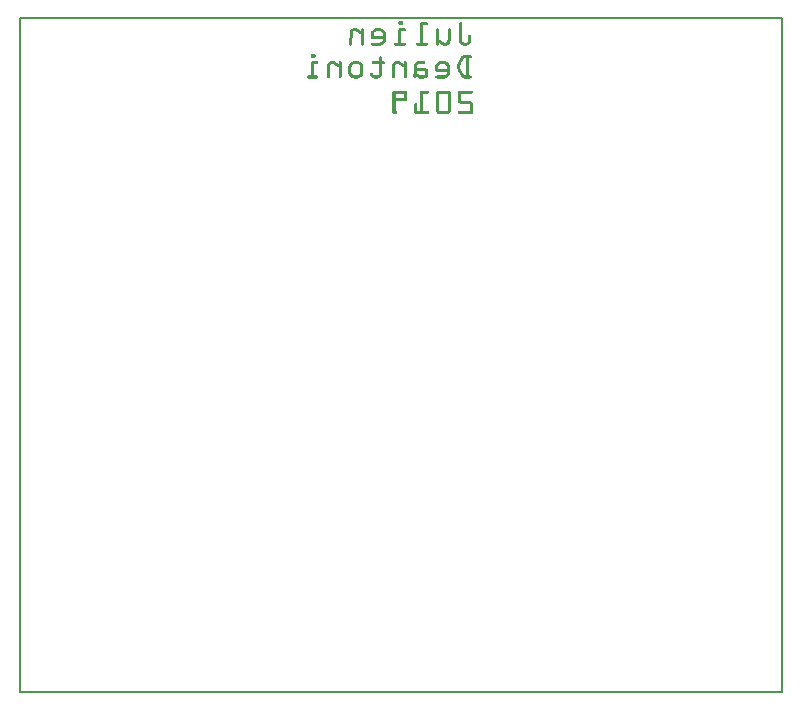
<source format=gbo>
G04 MADE WITH FRITZING*
G04 WWW.FRITZING.ORG*
G04 DOUBLE SIDED*
G04 HOLES PLATED*
G04 CONTOUR ON CENTER OF CONTOUR VECTOR*
%ASAXBY*%
%FSLAX23Y23*%
%MOIN*%
%OFA0B0*%
%SFA1.0B1.0*%
%ADD10R,2.547490X2.254520X2.531490X2.238520*%
%ADD11C,0.008000*%
%ADD12R,0.001000X0.001000*%
%LNSILK0*%
G90*
G70*
G54D11*
X4Y2251D02*
X2543Y2251D01*
X2543Y4D01*
X4Y4D01*
X4Y2251D01*
D02*
G54D12*
X1267Y2240D02*
X1277Y2240D01*
X1266Y2239D02*
X1278Y2239D01*
X1266Y2238D02*
X1279Y2238D01*
X1265Y2237D02*
X1279Y2237D01*
X1265Y2236D02*
X1279Y2236D01*
X1340Y2236D02*
X1359Y2236D01*
X1470Y2236D02*
X1474Y2236D01*
X1265Y2235D02*
X1279Y2235D01*
X1339Y2235D02*
X1360Y2235D01*
X1469Y2235D02*
X1475Y2235D01*
X1265Y2234D02*
X1279Y2234D01*
X1338Y2234D02*
X1361Y2234D01*
X1468Y2234D02*
X1476Y2234D01*
X1265Y2233D02*
X1279Y2233D01*
X1338Y2233D02*
X1361Y2233D01*
X1467Y2233D02*
X1476Y2233D01*
X1265Y2232D02*
X1279Y2232D01*
X1338Y2232D02*
X1361Y2232D01*
X1467Y2232D02*
X1476Y2232D01*
X1265Y2231D02*
X1279Y2231D01*
X1337Y2231D02*
X1361Y2231D01*
X1467Y2231D02*
X1476Y2231D01*
X1266Y2230D02*
X1279Y2230D01*
X1337Y2230D02*
X1361Y2230D01*
X1467Y2230D02*
X1476Y2230D01*
X1266Y2229D02*
X1278Y2229D01*
X1337Y2229D02*
X1361Y2229D01*
X1467Y2229D02*
X1476Y2229D01*
X1267Y2228D02*
X1278Y2228D01*
X1337Y2228D02*
X1360Y2228D01*
X1467Y2228D02*
X1476Y2228D01*
X1269Y2227D02*
X1276Y2227D01*
X1337Y2227D02*
X1358Y2227D01*
X1467Y2227D02*
X1476Y2227D01*
X1337Y2226D02*
X1347Y2226D01*
X1467Y2226D02*
X1476Y2226D01*
X1337Y2225D02*
X1347Y2225D01*
X1467Y2225D02*
X1476Y2225D01*
X1337Y2224D02*
X1347Y2224D01*
X1467Y2224D02*
X1476Y2224D01*
X1337Y2223D02*
X1347Y2223D01*
X1467Y2223D02*
X1476Y2223D01*
X1337Y2222D02*
X1347Y2222D01*
X1467Y2222D02*
X1476Y2222D01*
X1337Y2221D02*
X1347Y2221D01*
X1467Y2221D02*
X1476Y2221D01*
X1337Y2220D02*
X1347Y2220D01*
X1467Y2220D02*
X1476Y2220D01*
X1337Y2219D02*
X1347Y2219D01*
X1467Y2219D02*
X1476Y2219D01*
X1337Y2218D02*
X1347Y2218D01*
X1467Y2218D02*
X1476Y2218D01*
X1337Y2217D02*
X1347Y2217D01*
X1467Y2217D02*
X1476Y2217D01*
X1337Y2216D02*
X1347Y2216D01*
X1467Y2216D02*
X1476Y2216D01*
X1113Y2215D02*
X1126Y2215D01*
X1143Y2215D02*
X1147Y2215D01*
X1188Y2215D02*
X1207Y2215D01*
X1268Y2215D02*
X1286Y2215D01*
X1337Y2215D02*
X1347Y2215D01*
X1393Y2215D02*
X1396Y2215D01*
X1433Y2215D02*
X1436Y2215D01*
X1467Y2215D02*
X1476Y2215D01*
X1110Y2214D02*
X1128Y2214D01*
X1142Y2214D02*
X1148Y2214D01*
X1185Y2214D02*
X1210Y2214D01*
X1267Y2214D02*
X1288Y2214D01*
X1337Y2214D02*
X1347Y2214D01*
X1391Y2214D02*
X1397Y2214D01*
X1431Y2214D02*
X1437Y2214D01*
X1467Y2214D02*
X1476Y2214D01*
X1109Y2213D02*
X1130Y2213D01*
X1141Y2213D02*
X1149Y2213D01*
X1183Y2213D02*
X1212Y2213D01*
X1266Y2213D02*
X1288Y2213D01*
X1337Y2213D02*
X1347Y2213D01*
X1391Y2213D02*
X1398Y2213D01*
X1430Y2213D02*
X1438Y2213D01*
X1467Y2213D02*
X1476Y2213D01*
X1107Y2212D02*
X1132Y2212D01*
X1141Y2212D02*
X1149Y2212D01*
X1182Y2212D02*
X1213Y2212D01*
X1266Y2212D02*
X1289Y2212D01*
X1337Y2212D02*
X1347Y2212D01*
X1390Y2212D02*
X1399Y2212D01*
X1430Y2212D02*
X1438Y2212D01*
X1467Y2212D02*
X1476Y2212D01*
X1106Y2211D02*
X1133Y2211D01*
X1141Y2211D02*
X1149Y2211D01*
X1181Y2211D02*
X1214Y2211D01*
X1265Y2211D02*
X1289Y2211D01*
X1337Y2211D02*
X1347Y2211D01*
X1390Y2211D02*
X1399Y2211D01*
X1430Y2211D02*
X1439Y2211D01*
X1467Y2211D02*
X1476Y2211D01*
X1105Y2210D02*
X1135Y2210D01*
X1140Y2210D02*
X1150Y2210D01*
X1180Y2210D02*
X1215Y2210D01*
X1265Y2210D02*
X1289Y2210D01*
X1337Y2210D02*
X1347Y2210D01*
X1390Y2210D02*
X1399Y2210D01*
X1430Y2210D02*
X1439Y2210D01*
X1467Y2210D02*
X1476Y2210D01*
X1105Y2209D02*
X1136Y2209D01*
X1140Y2209D02*
X1150Y2209D01*
X1179Y2209D02*
X1216Y2209D01*
X1265Y2209D02*
X1289Y2209D01*
X1337Y2209D02*
X1347Y2209D01*
X1390Y2209D02*
X1399Y2209D01*
X1430Y2209D02*
X1439Y2209D01*
X1467Y2209D02*
X1476Y2209D01*
X1104Y2208D02*
X1138Y2208D01*
X1140Y2208D02*
X1150Y2208D01*
X1178Y2208D02*
X1217Y2208D01*
X1265Y2208D02*
X1288Y2208D01*
X1337Y2208D02*
X1347Y2208D01*
X1390Y2208D02*
X1399Y2208D01*
X1430Y2208D02*
X1439Y2208D01*
X1467Y2208D02*
X1476Y2208D01*
X1104Y2207D02*
X1150Y2207D01*
X1177Y2207D02*
X1218Y2207D01*
X1265Y2207D02*
X1288Y2207D01*
X1337Y2207D02*
X1347Y2207D01*
X1390Y2207D02*
X1399Y2207D01*
X1430Y2207D02*
X1439Y2207D01*
X1467Y2207D02*
X1476Y2207D01*
X1103Y2206D02*
X1150Y2206D01*
X1176Y2206D02*
X1219Y2206D01*
X1265Y2206D02*
X1286Y2206D01*
X1337Y2206D02*
X1347Y2206D01*
X1390Y2206D02*
X1399Y2206D01*
X1430Y2206D02*
X1439Y2206D01*
X1467Y2206D02*
X1476Y2206D01*
X1103Y2205D02*
X1114Y2205D01*
X1125Y2205D02*
X1150Y2205D01*
X1175Y2205D02*
X1189Y2205D01*
X1206Y2205D02*
X1220Y2205D01*
X1265Y2205D02*
X1274Y2205D01*
X1337Y2205D02*
X1347Y2205D01*
X1390Y2205D02*
X1399Y2205D01*
X1429Y2205D02*
X1439Y2205D01*
X1467Y2205D02*
X1476Y2205D01*
X1102Y2204D02*
X1113Y2204D01*
X1126Y2204D02*
X1150Y2204D01*
X1175Y2204D02*
X1187Y2204D01*
X1208Y2204D02*
X1220Y2204D01*
X1265Y2204D02*
X1274Y2204D01*
X1337Y2204D02*
X1347Y2204D01*
X1390Y2204D02*
X1399Y2204D01*
X1429Y2204D02*
X1438Y2204D01*
X1467Y2204D02*
X1476Y2204D01*
X1102Y2203D02*
X1112Y2203D01*
X1128Y2203D02*
X1150Y2203D01*
X1174Y2203D02*
X1185Y2203D01*
X1209Y2203D02*
X1221Y2203D01*
X1265Y2203D02*
X1274Y2203D01*
X1337Y2203D02*
X1347Y2203D01*
X1390Y2203D02*
X1399Y2203D01*
X1429Y2203D02*
X1438Y2203D01*
X1467Y2203D02*
X1476Y2203D01*
X1102Y2202D02*
X1111Y2202D01*
X1130Y2202D02*
X1150Y2202D01*
X1174Y2202D02*
X1184Y2202D01*
X1210Y2202D02*
X1221Y2202D01*
X1265Y2202D02*
X1274Y2202D01*
X1337Y2202D02*
X1347Y2202D01*
X1390Y2202D02*
X1399Y2202D01*
X1429Y2202D02*
X1438Y2202D01*
X1467Y2202D02*
X1476Y2202D01*
X1102Y2201D02*
X1111Y2201D01*
X1131Y2201D02*
X1150Y2201D01*
X1173Y2201D02*
X1184Y2201D01*
X1211Y2201D02*
X1221Y2201D01*
X1265Y2201D02*
X1274Y2201D01*
X1337Y2201D02*
X1347Y2201D01*
X1390Y2201D02*
X1399Y2201D01*
X1429Y2201D02*
X1438Y2201D01*
X1467Y2201D02*
X1476Y2201D01*
X1102Y2200D02*
X1111Y2200D01*
X1133Y2200D02*
X1150Y2200D01*
X1173Y2200D02*
X1183Y2200D01*
X1212Y2200D02*
X1222Y2200D01*
X1265Y2200D02*
X1274Y2200D01*
X1337Y2200D02*
X1347Y2200D01*
X1390Y2200D02*
X1399Y2200D01*
X1429Y2200D02*
X1438Y2200D01*
X1467Y2200D02*
X1476Y2200D01*
X1102Y2199D02*
X1111Y2199D01*
X1134Y2199D02*
X1150Y2199D01*
X1173Y2199D02*
X1182Y2199D01*
X1212Y2199D02*
X1222Y2199D01*
X1265Y2199D02*
X1274Y2199D01*
X1337Y2199D02*
X1347Y2199D01*
X1390Y2199D02*
X1399Y2199D01*
X1429Y2199D02*
X1438Y2199D01*
X1467Y2199D02*
X1476Y2199D01*
X1102Y2198D02*
X1111Y2198D01*
X1136Y2198D02*
X1150Y2198D01*
X1173Y2198D02*
X1182Y2198D01*
X1213Y2198D02*
X1222Y2198D01*
X1265Y2198D02*
X1274Y2198D01*
X1337Y2198D02*
X1347Y2198D01*
X1390Y2198D02*
X1399Y2198D01*
X1429Y2198D02*
X1438Y2198D01*
X1467Y2198D02*
X1476Y2198D01*
X1102Y2197D02*
X1111Y2197D01*
X1137Y2197D02*
X1150Y2197D01*
X1173Y2197D02*
X1182Y2197D01*
X1213Y2197D02*
X1222Y2197D01*
X1265Y2197D02*
X1274Y2197D01*
X1337Y2197D02*
X1347Y2197D01*
X1390Y2197D02*
X1399Y2197D01*
X1429Y2197D02*
X1438Y2197D01*
X1467Y2197D02*
X1476Y2197D01*
X1102Y2196D02*
X1111Y2196D01*
X1139Y2196D02*
X1150Y2196D01*
X1173Y2196D02*
X1182Y2196D01*
X1213Y2196D02*
X1222Y2196D01*
X1265Y2196D02*
X1274Y2196D01*
X1337Y2196D02*
X1347Y2196D01*
X1390Y2196D02*
X1399Y2196D01*
X1429Y2196D02*
X1438Y2196D01*
X1467Y2196D02*
X1476Y2196D01*
X1102Y2195D02*
X1111Y2195D01*
X1140Y2195D02*
X1150Y2195D01*
X1173Y2195D02*
X1182Y2195D01*
X1213Y2195D02*
X1222Y2195D01*
X1265Y2195D02*
X1274Y2195D01*
X1337Y2195D02*
X1347Y2195D01*
X1390Y2195D02*
X1399Y2195D01*
X1429Y2195D02*
X1438Y2195D01*
X1467Y2195D02*
X1476Y2195D01*
X1102Y2194D02*
X1111Y2194D01*
X1140Y2194D02*
X1150Y2194D01*
X1173Y2194D02*
X1182Y2194D01*
X1213Y2194D02*
X1222Y2194D01*
X1265Y2194D02*
X1274Y2194D01*
X1337Y2194D02*
X1347Y2194D01*
X1390Y2194D02*
X1399Y2194D01*
X1429Y2194D02*
X1438Y2194D01*
X1467Y2194D02*
X1476Y2194D01*
X1500Y2194D02*
X1503Y2194D01*
X1102Y2193D02*
X1111Y2193D01*
X1140Y2193D02*
X1150Y2193D01*
X1173Y2193D02*
X1182Y2193D01*
X1213Y2193D02*
X1222Y2193D01*
X1265Y2193D02*
X1274Y2193D01*
X1337Y2193D02*
X1347Y2193D01*
X1390Y2193D02*
X1399Y2193D01*
X1429Y2193D02*
X1438Y2193D01*
X1467Y2193D02*
X1476Y2193D01*
X1499Y2193D02*
X1504Y2193D01*
X1102Y2192D02*
X1111Y2192D01*
X1140Y2192D02*
X1150Y2192D01*
X1173Y2192D02*
X1182Y2192D01*
X1213Y2192D02*
X1222Y2192D01*
X1265Y2192D02*
X1274Y2192D01*
X1337Y2192D02*
X1347Y2192D01*
X1390Y2192D02*
X1399Y2192D01*
X1429Y2192D02*
X1438Y2192D01*
X1467Y2192D02*
X1476Y2192D01*
X1498Y2192D02*
X1505Y2192D01*
X1102Y2191D02*
X1111Y2191D01*
X1140Y2191D02*
X1150Y2191D01*
X1173Y2191D02*
X1182Y2191D01*
X1213Y2191D02*
X1222Y2191D01*
X1265Y2191D02*
X1274Y2191D01*
X1337Y2191D02*
X1347Y2191D01*
X1390Y2191D02*
X1399Y2191D01*
X1429Y2191D02*
X1438Y2191D01*
X1467Y2191D02*
X1476Y2191D01*
X1497Y2191D02*
X1506Y2191D01*
X1102Y2190D02*
X1111Y2190D01*
X1140Y2190D02*
X1150Y2190D01*
X1173Y2190D02*
X1222Y2190D01*
X1265Y2190D02*
X1274Y2190D01*
X1337Y2190D02*
X1347Y2190D01*
X1390Y2190D02*
X1399Y2190D01*
X1429Y2190D02*
X1438Y2190D01*
X1467Y2190D02*
X1476Y2190D01*
X1497Y2190D02*
X1506Y2190D01*
X1102Y2189D02*
X1111Y2189D01*
X1140Y2189D02*
X1150Y2189D01*
X1173Y2189D02*
X1222Y2189D01*
X1265Y2189D02*
X1274Y2189D01*
X1337Y2189D02*
X1347Y2189D01*
X1390Y2189D02*
X1399Y2189D01*
X1429Y2189D02*
X1438Y2189D01*
X1467Y2189D02*
X1476Y2189D01*
X1497Y2189D02*
X1506Y2189D01*
X1102Y2188D02*
X1111Y2188D01*
X1140Y2188D02*
X1150Y2188D01*
X1173Y2188D02*
X1222Y2188D01*
X1265Y2188D02*
X1274Y2188D01*
X1337Y2188D02*
X1347Y2188D01*
X1390Y2188D02*
X1399Y2188D01*
X1429Y2188D02*
X1438Y2188D01*
X1467Y2188D02*
X1476Y2188D01*
X1497Y2188D02*
X1506Y2188D01*
X1102Y2187D02*
X1111Y2187D01*
X1140Y2187D02*
X1150Y2187D01*
X1173Y2187D02*
X1222Y2187D01*
X1265Y2187D02*
X1274Y2187D01*
X1337Y2187D02*
X1347Y2187D01*
X1390Y2187D02*
X1399Y2187D01*
X1429Y2187D02*
X1438Y2187D01*
X1467Y2187D02*
X1476Y2187D01*
X1497Y2187D02*
X1506Y2187D01*
X1102Y2186D02*
X1111Y2186D01*
X1140Y2186D02*
X1150Y2186D01*
X1173Y2186D02*
X1222Y2186D01*
X1265Y2186D02*
X1274Y2186D01*
X1337Y2186D02*
X1347Y2186D01*
X1390Y2186D02*
X1399Y2186D01*
X1429Y2186D02*
X1438Y2186D01*
X1467Y2186D02*
X1476Y2186D01*
X1497Y2186D02*
X1506Y2186D01*
X1102Y2185D02*
X1111Y2185D01*
X1140Y2185D02*
X1150Y2185D01*
X1173Y2185D02*
X1222Y2185D01*
X1265Y2185D02*
X1274Y2185D01*
X1337Y2185D02*
X1347Y2185D01*
X1390Y2185D02*
X1399Y2185D01*
X1429Y2185D02*
X1438Y2185D01*
X1467Y2185D02*
X1476Y2185D01*
X1497Y2185D02*
X1506Y2185D01*
X1102Y2184D02*
X1111Y2184D01*
X1140Y2184D02*
X1150Y2184D01*
X1173Y2184D02*
X1222Y2184D01*
X1265Y2184D02*
X1274Y2184D01*
X1337Y2184D02*
X1347Y2184D01*
X1390Y2184D02*
X1399Y2184D01*
X1429Y2184D02*
X1438Y2184D01*
X1467Y2184D02*
X1476Y2184D01*
X1497Y2184D02*
X1506Y2184D01*
X1101Y2183D02*
X1111Y2183D01*
X1140Y2183D02*
X1150Y2183D01*
X1174Y2183D02*
X1222Y2183D01*
X1265Y2183D02*
X1274Y2183D01*
X1337Y2183D02*
X1347Y2183D01*
X1390Y2183D02*
X1399Y2183D01*
X1429Y2183D02*
X1438Y2183D01*
X1467Y2183D02*
X1476Y2183D01*
X1497Y2183D02*
X1506Y2183D01*
X1101Y2182D02*
X1110Y2182D01*
X1140Y2182D02*
X1150Y2182D01*
X1174Y2182D02*
X1222Y2182D01*
X1265Y2182D02*
X1274Y2182D01*
X1337Y2182D02*
X1347Y2182D01*
X1390Y2182D02*
X1399Y2182D01*
X1429Y2182D02*
X1438Y2182D01*
X1467Y2182D02*
X1476Y2182D01*
X1497Y2182D02*
X1506Y2182D01*
X1101Y2181D02*
X1110Y2181D01*
X1140Y2181D02*
X1150Y2181D01*
X1175Y2181D02*
X1222Y2181D01*
X1265Y2181D02*
X1274Y2181D01*
X1337Y2181D02*
X1347Y2181D01*
X1390Y2181D02*
X1399Y2181D01*
X1429Y2181D02*
X1438Y2181D01*
X1467Y2181D02*
X1476Y2181D01*
X1497Y2181D02*
X1506Y2181D01*
X1101Y2180D02*
X1110Y2180D01*
X1140Y2180D02*
X1150Y2180D01*
X1178Y2180D02*
X1222Y2180D01*
X1265Y2180D02*
X1274Y2180D01*
X1337Y2180D02*
X1347Y2180D01*
X1390Y2180D02*
X1399Y2180D01*
X1429Y2180D02*
X1438Y2180D01*
X1467Y2180D02*
X1476Y2180D01*
X1497Y2180D02*
X1506Y2180D01*
X1101Y2179D02*
X1110Y2179D01*
X1140Y2179D02*
X1150Y2179D01*
X1213Y2179D02*
X1222Y2179D01*
X1265Y2179D02*
X1274Y2179D01*
X1337Y2179D02*
X1347Y2179D01*
X1390Y2179D02*
X1399Y2179D01*
X1429Y2179D02*
X1438Y2179D01*
X1467Y2179D02*
X1476Y2179D01*
X1497Y2179D02*
X1506Y2179D01*
X1101Y2178D02*
X1110Y2178D01*
X1140Y2178D02*
X1150Y2178D01*
X1213Y2178D02*
X1222Y2178D01*
X1265Y2178D02*
X1274Y2178D01*
X1337Y2178D02*
X1347Y2178D01*
X1390Y2178D02*
X1401Y2178D01*
X1429Y2178D02*
X1438Y2178D01*
X1467Y2178D02*
X1476Y2178D01*
X1497Y2178D02*
X1506Y2178D01*
X1101Y2177D02*
X1110Y2177D01*
X1140Y2177D02*
X1150Y2177D01*
X1213Y2177D02*
X1222Y2177D01*
X1265Y2177D02*
X1274Y2177D01*
X1337Y2177D02*
X1347Y2177D01*
X1390Y2177D02*
X1403Y2177D01*
X1429Y2177D02*
X1438Y2177D01*
X1467Y2177D02*
X1476Y2177D01*
X1497Y2177D02*
X1506Y2177D01*
X1101Y2176D02*
X1110Y2176D01*
X1140Y2176D02*
X1150Y2176D01*
X1213Y2176D02*
X1222Y2176D01*
X1265Y2176D02*
X1274Y2176D01*
X1337Y2176D02*
X1347Y2176D01*
X1390Y2176D02*
X1404Y2176D01*
X1428Y2176D02*
X1438Y2176D01*
X1467Y2176D02*
X1476Y2176D01*
X1497Y2176D02*
X1506Y2176D01*
X1101Y2175D02*
X1110Y2175D01*
X1140Y2175D02*
X1150Y2175D01*
X1212Y2175D02*
X1222Y2175D01*
X1265Y2175D02*
X1274Y2175D01*
X1337Y2175D02*
X1347Y2175D01*
X1390Y2175D02*
X1406Y2175D01*
X1428Y2175D02*
X1438Y2175D01*
X1467Y2175D02*
X1476Y2175D01*
X1497Y2175D02*
X1506Y2175D01*
X1101Y2174D02*
X1110Y2174D01*
X1140Y2174D02*
X1150Y2174D01*
X1212Y2174D02*
X1222Y2174D01*
X1265Y2174D02*
X1274Y2174D01*
X1337Y2174D02*
X1347Y2174D01*
X1390Y2174D02*
X1407Y2174D01*
X1428Y2174D02*
X1438Y2174D01*
X1467Y2174D02*
X1476Y2174D01*
X1497Y2174D02*
X1506Y2174D01*
X1101Y2173D02*
X1110Y2173D01*
X1140Y2173D02*
X1150Y2173D01*
X1211Y2173D02*
X1221Y2173D01*
X1265Y2173D02*
X1274Y2173D01*
X1337Y2173D02*
X1347Y2173D01*
X1390Y2173D02*
X1409Y2173D01*
X1428Y2173D02*
X1437Y2173D01*
X1467Y2173D02*
X1476Y2173D01*
X1497Y2173D02*
X1506Y2173D01*
X1101Y2172D02*
X1110Y2172D01*
X1140Y2172D02*
X1150Y2172D01*
X1210Y2172D02*
X1221Y2172D01*
X1265Y2172D02*
X1274Y2172D01*
X1337Y2172D02*
X1347Y2172D01*
X1390Y2172D02*
X1410Y2172D01*
X1428Y2172D02*
X1437Y2172D01*
X1467Y2172D02*
X1477Y2172D01*
X1497Y2172D02*
X1506Y2172D01*
X1101Y2171D02*
X1110Y2171D01*
X1140Y2171D02*
X1150Y2171D01*
X1209Y2171D02*
X1221Y2171D01*
X1265Y2171D02*
X1274Y2171D01*
X1337Y2171D02*
X1347Y2171D01*
X1390Y2171D02*
X1412Y2171D01*
X1427Y2171D02*
X1437Y2171D01*
X1467Y2171D02*
X1477Y2171D01*
X1496Y2171D02*
X1506Y2171D01*
X1101Y2170D02*
X1110Y2170D01*
X1140Y2170D02*
X1150Y2170D01*
X1207Y2170D02*
X1220Y2170D01*
X1265Y2170D02*
X1274Y2170D01*
X1337Y2170D02*
X1347Y2170D01*
X1390Y2170D02*
X1414Y2170D01*
X1427Y2170D02*
X1437Y2170D01*
X1468Y2170D02*
X1478Y2170D01*
X1495Y2170D02*
X1506Y2170D01*
X1101Y2169D02*
X1110Y2169D01*
X1140Y2169D02*
X1150Y2169D01*
X1205Y2169D02*
X1220Y2169D01*
X1265Y2169D02*
X1274Y2169D01*
X1337Y2169D02*
X1347Y2169D01*
X1390Y2169D02*
X1415Y2169D01*
X1424Y2169D02*
X1437Y2169D01*
X1468Y2169D02*
X1481Y2169D01*
X1493Y2169D02*
X1505Y2169D01*
X1101Y2168D02*
X1110Y2168D01*
X1140Y2168D02*
X1150Y2168D01*
X1175Y2168D02*
X1219Y2168D01*
X1253Y2168D02*
X1287Y2168D01*
X1325Y2168D02*
X1359Y2168D01*
X1390Y2168D02*
X1436Y2168D01*
X1468Y2168D02*
X1505Y2168D01*
X1101Y2167D02*
X1110Y2167D01*
X1140Y2167D02*
X1150Y2167D01*
X1174Y2167D02*
X1218Y2167D01*
X1252Y2167D02*
X1288Y2167D01*
X1324Y2167D02*
X1360Y2167D01*
X1390Y2167D02*
X1399Y2167D01*
X1401Y2167D02*
X1436Y2167D01*
X1469Y2167D02*
X1504Y2167D01*
X1101Y2166D02*
X1110Y2166D01*
X1140Y2166D02*
X1150Y2166D01*
X1174Y2166D02*
X1217Y2166D01*
X1251Y2166D02*
X1289Y2166D01*
X1323Y2166D02*
X1361Y2166D01*
X1390Y2166D02*
X1399Y2166D01*
X1402Y2166D02*
X1435Y2166D01*
X1469Y2166D02*
X1504Y2166D01*
X1101Y2165D02*
X1110Y2165D01*
X1140Y2165D02*
X1150Y2165D01*
X1173Y2165D02*
X1216Y2165D01*
X1251Y2165D02*
X1289Y2165D01*
X1323Y2165D02*
X1361Y2165D01*
X1390Y2165D02*
X1399Y2165D01*
X1404Y2165D02*
X1435Y2165D01*
X1470Y2165D02*
X1503Y2165D01*
X1101Y2164D02*
X1110Y2164D01*
X1140Y2164D02*
X1150Y2164D01*
X1173Y2164D02*
X1215Y2164D01*
X1250Y2164D02*
X1289Y2164D01*
X1323Y2164D02*
X1361Y2164D01*
X1390Y2164D02*
X1399Y2164D01*
X1405Y2164D02*
X1434Y2164D01*
X1471Y2164D02*
X1502Y2164D01*
X1101Y2163D02*
X1110Y2163D01*
X1141Y2163D02*
X1149Y2163D01*
X1173Y2163D02*
X1214Y2163D01*
X1250Y2163D02*
X1289Y2163D01*
X1323Y2163D02*
X1361Y2163D01*
X1390Y2163D02*
X1399Y2163D01*
X1407Y2163D02*
X1433Y2163D01*
X1472Y2163D02*
X1501Y2163D01*
X1101Y2162D02*
X1109Y2162D01*
X1141Y2162D02*
X1149Y2162D01*
X1173Y2162D02*
X1213Y2162D01*
X1251Y2162D02*
X1289Y2162D01*
X1323Y2162D02*
X1361Y2162D01*
X1390Y2162D02*
X1399Y2162D01*
X1408Y2162D02*
X1432Y2162D01*
X1473Y2162D02*
X1500Y2162D01*
X1102Y2161D02*
X1109Y2161D01*
X1141Y2161D02*
X1149Y2161D01*
X1174Y2161D02*
X1211Y2161D01*
X1251Y2161D02*
X1288Y2161D01*
X1324Y2161D02*
X1360Y2161D01*
X1391Y2161D02*
X1398Y2161D01*
X1410Y2161D02*
X1430Y2161D01*
X1475Y2161D02*
X1499Y2161D01*
X1103Y2160D02*
X1108Y2160D01*
X1142Y2160D02*
X1148Y2160D01*
X1175Y2160D02*
X1209Y2160D01*
X1252Y2160D02*
X1287Y2160D01*
X1324Y2160D02*
X1360Y2160D01*
X1392Y2160D02*
X1397Y2160D01*
X1412Y2160D02*
X1428Y2160D01*
X1476Y2160D02*
X1497Y2160D01*
X1105Y2159D02*
X1106Y2159D01*
X1144Y2159D02*
X1146Y2159D01*
X1177Y2159D02*
X1206Y2159D01*
X1254Y2159D02*
X1285Y2159D01*
X1326Y2159D02*
X1358Y2159D01*
X1394Y2159D02*
X1395Y2159D01*
X1415Y2159D02*
X1425Y2159D01*
X1480Y2159D02*
X1493Y2159D01*
X978Y2131D02*
X983Y2131D01*
X976Y2130D02*
X986Y2130D01*
X975Y2129D02*
X987Y2129D01*
X974Y2128D02*
X987Y2128D01*
X974Y2127D02*
X988Y2127D01*
X974Y2126D02*
X988Y2126D01*
X1481Y2126D02*
X1506Y2126D01*
X974Y2125D02*
X988Y2125D01*
X1479Y2125D02*
X1507Y2125D01*
X974Y2124D02*
X988Y2124D01*
X1477Y2124D02*
X1508Y2124D01*
X974Y2123D02*
X988Y2123D01*
X1476Y2123D02*
X1508Y2123D01*
X974Y2122D02*
X988Y2122D01*
X1203Y2122D02*
X1207Y2122D01*
X1475Y2122D02*
X1509Y2122D01*
X974Y2121D02*
X988Y2121D01*
X1202Y2121D02*
X1208Y2121D01*
X1474Y2121D02*
X1508Y2121D01*
X974Y2120D02*
X987Y2120D01*
X1201Y2120D02*
X1209Y2120D01*
X1473Y2120D02*
X1508Y2120D01*
X975Y2119D02*
X987Y2119D01*
X1201Y2119D02*
X1209Y2119D01*
X1473Y2119D02*
X1508Y2119D01*
X976Y2118D02*
X986Y2118D01*
X1201Y2118D02*
X1209Y2118D01*
X1472Y2118D02*
X1507Y2118D01*
X978Y2117D02*
X983Y2117D01*
X1200Y2117D02*
X1210Y2117D01*
X1472Y2117D02*
X1504Y2117D01*
X1200Y2116D02*
X1210Y2116D01*
X1471Y2116D02*
X1482Y2116D01*
X1490Y2116D02*
X1499Y2116D01*
X1200Y2115D02*
X1210Y2115D01*
X1471Y2115D02*
X1481Y2115D01*
X1490Y2115D02*
X1499Y2115D01*
X1200Y2114D02*
X1210Y2114D01*
X1470Y2114D02*
X1481Y2114D01*
X1490Y2114D02*
X1499Y2114D01*
X1200Y2113D02*
X1210Y2113D01*
X1470Y2113D02*
X1480Y2113D01*
X1490Y2113D02*
X1499Y2113D01*
X1200Y2112D02*
X1210Y2112D01*
X1469Y2112D02*
X1480Y2112D01*
X1490Y2112D02*
X1499Y2112D01*
X1200Y2111D02*
X1210Y2111D01*
X1469Y2111D02*
X1479Y2111D01*
X1490Y2111D02*
X1499Y2111D01*
X1200Y2110D02*
X1210Y2110D01*
X1468Y2110D02*
X1479Y2110D01*
X1490Y2110D02*
X1499Y2110D01*
X1200Y2109D02*
X1210Y2109D01*
X1468Y2109D02*
X1478Y2109D01*
X1490Y2109D02*
X1499Y2109D01*
X1200Y2108D02*
X1210Y2108D01*
X1467Y2108D02*
X1478Y2108D01*
X1490Y2108D02*
X1499Y2108D01*
X1200Y2107D02*
X1210Y2107D01*
X1467Y2107D02*
X1477Y2107D01*
X1490Y2107D02*
X1499Y2107D01*
X1200Y2106D02*
X1210Y2106D01*
X1466Y2106D02*
X1476Y2106D01*
X1490Y2106D02*
X1499Y2106D01*
X976Y2105D02*
X995Y2105D01*
X1038Y2105D02*
X1052Y2105D01*
X1068Y2105D02*
X1072Y2105D01*
X1113Y2105D02*
X1133Y2105D01*
X1178Y2105D02*
X1217Y2105D01*
X1255Y2105D02*
X1268Y2105D01*
X1285Y2105D02*
X1289Y2105D01*
X1327Y2105D02*
X1352Y2105D01*
X1401Y2105D02*
X1422Y2105D01*
X1466Y2105D02*
X1476Y2105D01*
X1490Y2105D02*
X1499Y2105D01*
X975Y2104D02*
X996Y2104D01*
X1035Y2104D02*
X1054Y2104D01*
X1067Y2104D02*
X1074Y2104D01*
X1110Y2104D02*
X1136Y2104D01*
X1177Y2104D02*
X1218Y2104D01*
X1252Y2104D02*
X1271Y2104D01*
X1284Y2104D02*
X1290Y2104D01*
X1325Y2104D02*
X1353Y2104D01*
X1399Y2104D02*
X1425Y2104D01*
X1465Y2104D02*
X1475Y2104D01*
X1490Y2104D02*
X1499Y2104D01*
X974Y2103D02*
X997Y2103D01*
X1034Y2103D02*
X1056Y2103D01*
X1066Y2103D02*
X1074Y2103D01*
X1109Y2103D02*
X1137Y2103D01*
X1176Y2103D02*
X1219Y2103D01*
X1251Y2103D02*
X1273Y2103D01*
X1283Y2103D02*
X1291Y2103D01*
X1323Y2103D02*
X1353Y2103D01*
X1398Y2103D02*
X1426Y2103D01*
X1465Y2103D02*
X1475Y2103D01*
X1490Y2103D02*
X1499Y2103D01*
X974Y2102D02*
X997Y2102D01*
X1033Y2102D02*
X1057Y2102D01*
X1066Y2102D02*
X1075Y2102D01*
X1107Y2102D02*
X1138Y2102D01*
X1176Y2102D02*
X1219Y2102D01*
X1249Y2102D02*
X1274Y2102D01*
X1283Y2102D02*
X1291Y2102D01*
X1322Y2102D02*
X1354Y2102D01*
X1396Y2102D02*
X1428Y2102D01*
X1464Y2102D02*
X1474Y2102D01*
X1490Y2102D02*
X1499Y2102D01*
X974Y2101D02*
X998Y2101D01*
X1032Y2101D02*
X1059Y2101D01*
X1066Y2101D02*
X1075Y2101D01*
X1106Y2101D02*
X1140Y2101D01*
X1176Y2101D02*
X1219Y2101D01*
X1248Y2101D02*
X1276Y2101D01*
X1283Y2101D02*
X1292Y2101D01*
X1321Y2101D02*
X1354Y2101D01*
X1395Y2101D02*
X1429Y2101D01*
X1464Y2101D02*
X1474Y2101D01*
X1490Y2101D02*
X1499Y2101D01*
X974Y2100D02*
X998Y2100D01*
X1031Y2100D02*
X1060Y2100D01*
X1066Y2100D02*
X1075Y2100D01*
X1105Y2100D02*
X1141Y2100D01*
X1176Y2100D02*
X1219Y2100D01*
X1248Y2100D02*
X1277Y2100D01*
X1283Y2100D02*
X1292Y2100D01*
X1320Y2100D02*
X1354Y2100D01*
X1394Y2100D02*
X1430Y2100D01*
X1463Y2100D02*
X1473Y2100D01*
X1490Y2100D02*
X1499Y2100D01*
X974Y2099D02*
X997Y2099D01*
X1030Y2099D02*
X1062Y2099D01*
X1066Y2099D02*
X1075Y2099D01*
X1104Y2099D02*
X1142Y2099D01*
X1176Y2099D02*
X1219Y2099D01*
X1247Y2099D02*
X1279Y2099D01*
X1283Y2099D02*
X1292Y2099D01*
X1319Y2099D02*
X1354Y2099D01*
X1393Y2099D02*
X1431Y2099D01*
X1463Y2099D02*
X1473Y2099D01*
X1490Y2099D02*
X1499Y2099D01*
X974Y2098D02*
X997Y2098D01*
X1029Y2098D02*
X1064Y2098D01*
X1066Y2098D02*
X1075Y2098D01*
X1103Y2098D02*
X1143Y2098D01*
X1177Y2098D02*
X1219Y2098D01*
X1246Y2098D02*
X1280Y2098D01*
X1283Y2098D02*
X1292Y2098D01*
X1318Y2098D02*
X1353Y2098D01*
X1392Y2098D02*
X1432Y2098D01*
X1462Y2098D02*
X1472Y2098D01*
X1490Y2098D02*
X1499Y2098D01*
X974Y2097D02*
X996Y2097D01*
X1029Y2097D02*
X1075Y2097D01*
X1102Y2097D02*
X1144Y2097D01*
X1177Y2097D02*
X1218Y2097D01*
X1246Y2097D02*
X1292Y2097D01*
X1318Y2097D02*
X1352Y2097D01*
X1391Y2097D02*
X1433Y2097D01*
X1462Y2097D02*
X1472Y2097D01*
X1490Y2097D02*
X1499Y2097D01*
X974Y2096D02*
X994Y2096D01*
X1028Y2096D02*
X1075Y2096D01*
X1101Y2096D02*
X1144Y2096D01*
X1179Y2096D02*
X1216Y2096D01*
X1245Y2096D02*
X1292Y2096D01*
X1317Y2096D02*
X1351Y2096D01*
X1390Y2096D02*
X1434Y2096D01*
X1461Y2096D02*
X1471Y2096D01*
X1490Y2096D02*
X1499Y2096D01*
X974Y2095D02*
X983Y2095D01*
X1028Y2095D02*
X1039Y2095D01*
X1051Y2095D02*
X1075Y2095D01*
X1100Y2095D02*
X1113Y2095D01*
X1132Y2095D02*
X1145Y2095D01*
X1200Y2095D02*
X1210Y2095D01*
X1245Y2095D02*
X1256Y2095D01*
X1267Y2095D02*
X1292Y2095D01*
X1317Y2095D02*
X1328Y2095D01*
X1389Y2095D02*
X1403Y2095D01*
X1421Y2095D02*
X1434Y2095D01*
X1461Y2095D02*
X1471Y2095D01*
X1490Y2095D02*
X1499Y2095D01*
X974Y2094D02*
X983Y2094D01*
X1028Y2094D02*
X1038Y2094D01*
X1052Y2094D02*
X1075Y2094D01*
X1100Y2094D02*
X1112Y2094D01*
X1133Y2094D02*
X1146Y2094D01*
X1200Y2094D02*
X1210Y2094D01*
X1245Y2094D02*
X1255Y2094D01*
X1269Y2094D02*
X1292Y2094D01*
X1317Y2094D02*
X1327Y2094D01*
X1389Y2094D02*
X1401Y2094D01*
X1422Y2094D02*
X1435Y2094D01*
X1461Y2094D02*
X1470Y2094D01*
X1490Y2094D02*
X1499Y2094D01*
X974Y2093D02*
X983Y2093D01*
X1028Y2093D02*
X1037Y2093D01*
X1054Y2093D02*
X1075Y2093D01*
X1099Y2093D02*
X1111Y2093D01*
X1135Y2093D02*
X1146Y2093D01*
X1200Y2093D02*
X1210Y2093D01*
X1244Y2093D02*
X1254Y2093D01*
X1270Y2093D02*
X1292Y2093D01*
X1317Y2093D02*
X1326Y2093D01*
X1389Y2093D02*
X1400Y2093D01*
X1424Y2093D02*
X1435Y2093D01*
X1460Y2093D02*
X1470Y2093D01*
X1490Y2093D02*
X1499Y2093D01*
X974Y2092D02*
X983Y2092D01*
X1027Y2092D02*
X1037Y2092D01*
X1055Y2092D02*
X1075Y2092D01*
X1099Y2092D02*
X1110Y2092D01*
X1136Y2092D02*
X1146Y2092D01*
X1200Y2092D02*
X1210Y2092D01*
X1244Y2092D02*
X1254Y2092D01*
X1272Y2092D02*
X1292Y2092D01*
X1317Y2092D02*
X1326Y2092D01*
X1388Y2092D02*
X1399Y2092D01*
X1425Y2092D02*
X1436Y2092D01*
X1460Y2092D02*
X1470Y2092D01*
X1490Y2092D02*
X1499Y2092D01*
X974Y2091D02*
X983Y2091D01*
X1027Y2091D02*
X1037Y2091D01*
X1057Y2091D02*
X1075Y2091D01*
X1099Y2091D02*
X1109Y2091D01*
X1137Y2091D02*
X1147Y2091D01*
X1200Y2091D02*
X1210Y2091D01*
X1244Y2091D02*
X1253Y2091D01*
X1274Y2091D02*
X1292Y2091D01*
X1317Y2091D02*
X1326Y2091D01*
X1388Y2091D02*
X1398Y2091D01*
X1426Y2091D02*
X1436Y2091D01*
X1460Y2091D02*
X1469Y2091D01*
X1490Y2091D02*
X1499Y2091D01*
X974Y2090D02*
X983Y2090D01*
X1027Y2090D02*
X1036Y2090D01*
X1058Y2090D02*
X1075Y2090D01*
X1099Y2090D02*
X1108Y2090D01*
X1137Y2090D02*
X1147Y2090D01*
X1200Y2090D02*
X1210Y2090D01*
X1244Y2090D02*
X1253Y2090D01*
X1275Y2090D02*
X1292Y2090D01*
X1316Y2090D02*
X1326Y2090D01*
X1388Y2090D02*
X1397Y2090D01*
X1427Y2090D02*
X1436Y2090D01*
X1460Y2090D02*
X1469Y2090D01*
X1490Y2090D02*
X1499Y2090D01*
X974Y2089D02*
X983Y2089D01*
X1027Y2089D02*
X1036Y2089D01*
X1060Y2089D02*
X1075Y2089D01*
X1098Y2089D02*
X1108Y2089D01*
X1138Y2089D02*
X1147Y2089D01*
X1200Y2089D02*
X1210Y2089D01*
X1244Y2089D02*
X1253Y2089D01*
X1277Y2089D02*
X1292Y2089D01*
X1316Y2089D02*
X1326Y2089D01*
X1388Y2089D02*
X1397Y2089D01*
X1427Y2089D02*
X1436Y2089D01*
X1460Y2089D02*
X1469Y2089D01*
X1490Y2089D02*
X1499Y2089D01*
X974Y2088D02*
X983Y2088D01*
X1027Y2088D02*
X1036Y2088D01*
X1061Y2088D02*
X1075Y2088D01*
X1098Y2088D02*
X1108Y2088D01*
X1138Y2088D02*
X1147Y2088D01*
X1200Y2088D02*
X1210Y2088D01*
X1244Y2088D02*
X1253Y2088D01*
X1278Y2088D02*
X1292Y2088D01*
X1316Y2088D02*
X1326Y2088D01*
X1388Y2088D02*
X1397Y2088D01*
X1427Y2088D02*
X1436Y2088D01*
X1460Y2088D02*
X1469Y2088D01*
X1490Y2088D02*
X1499Y2088D01*
X974Y2087D02*
X983Y2087D01*
X1027Y2087D02*
X1036Y2087D01*
X1063Y2087D02*
X1075Y2087D01*
X1098Y2087D02*
X1107Y2087D01*
X1138Y2087D02*
X1147Y2087D01*
X1200Y2087D02*
X1210Y2087D01*
X1244Y2087D02*
X1253Y2087D01*
X1280Y2087D02*
X1292Y2087D01*
X1316Y2087D02*
X1326Y2087D01*
X1387Y2087D02*
X1397Y2087D01*
X1427Y2087D02*
X1436Y2087D01*
X1460Y2087D02*
X1469Y2087D01*
X1490Y2087D02*
X1499Y2087D01*
X974Y2086D02*
X983Y2086D01*
X1027Y2086D02*
X1036Y2086D01*
X1064Y2086D02*
X1075Y2086D01*
X1098Y2086D02*
X1107Y2086D01*
X1138Y2086D02*
X1147Y2086D01*
X1200Y2086D02*
X1210Y2086D01*
X1244Y2086D02*
X1253Y2086D01*
X1281Y2086D02*
X1292Y2086D01*
X1316Y2086D02*
X1326Y2086D01*
X1387Y2086D02*
X1397Y2086D01*
X1427Y2086D02*
X1436Y2086D01*
X1460Y2086D02*
X1469Y2086D01*
X1490Y2086D02*
X1499Y2086D01*
X974Y2085D02*
X983Y2085D01*
X1027Y2085D02*
X1036Y2085D01*
X1066Y2085D02*
X1075Y2085D01*
X1098Y2085D02*
X1107Y2085D01*
X1138Y2085D02*
X1147Y2085D01*
X1200Y2085D02*
X1210Y2085D01*
X1244Y2085D02*
X1253Y2085D01*
X1283Y2085D02*
X1292Y2085D01*
X1316Y2085D02*
X1326Y2085D01*
X1387Y2085D02*
X1397Y2085D01*
X1427Y2085D02*
X1436Y2085D01*
X1460Y2085D02*
X1469Y2085D01*
X1490Y2085D02*
X1499Y2085D01*
X974Y2084D02*
X983Y2084D01*
X1027Y2084D02*
X1036Y2084D01*
X1066Y2084D02*
X1075Y2084D01*
X1098Y2084D02*
X1107Y2084D01*
X1138Y2084D02*
X1147Y2084D01*
X1200Y2084D02*
X1210Y2084D01*
X1244Y2084D02*
X1253Y2084D01*
X1283Y2084D02*
X1292Y2084D01*
X1316Y2084D02*
X1353Y2084D01*
X1387Y2084D02*
X1397Y2084D01*
X1427Y2084D02*
X1436Y2084D01*
X1460Y2084D02*
X1470Y2084D01*
X1490Y2084D02*
X1499Y2084D01*
X974Y2083D02*
X983Y2083D01*
X1027Y2083D02*
X1036Y2083D01*
X1066Y2083D02*
X1075Y2083D01*
X1098Y2083D02*
X1107Y2083D01*
X1138Y2083D02*
X1147Y2083D01*
X1200Y2083D02*
X1210Y2083D01*
X1244Y2083D02*
X1253Y2083D01*
X1283Y2083D02*
X1292Y2083D01*
X1316Y2083D02*
X1356Y2083D01*
X1387Y2083D02*
X1397Y2083D01*
X1427Y2083D02*
X1436Y2083D01*
X1460Y2083D02*
X1470Y2083D01*
X1490Y2083D02*
X1499Y2083D01*
X974Y2082D02*
X983Y2082D01*
X1027Y2082D02*
X1036Y2082D01*
X1066Y2082D02*
X1075Y2082D01*
X1098Y2082D02*
X1107Y2082D01*
X1138Y2082D02*
X1147Y2082D01*
X1200Y2082D02*
X1210Y2082D01*
X1244Y2082D02*
X1253Y2082D01*
X1283Y2082D02*
X1292Y2082D01*
X1316Y2082D02*
X1357Y2082D01*
X1387Y2082D02*
X1397Y2082D01*
X1427Y2082D02*
X1436Y2082D01*
X1461Y2082D02*
X1470Y2082D01*
X1490Y2082D02*
X1499Y2082D01*
X974Y2081D02*
X983Y2081D01*
X1027Y2081D02*
X1036Y2081D01*
X1066Y2081D02*
X1075Y2081D01*
X1098Y2081D02*
X1107Y2081D01*
X1138Y2081D02*
X1147Y2081D01*
X1200Y2081D02*
X1210Y2081D01*
X1244Y2081D02*
X1253Y2081D01*
X1283Y2081D02*
X1292Y2081D01*
X1316Y2081D02*
X1359Y2081D01*
X1387Y2081D02*
X1397Y2081D01*
X1427Y2081D02*
X1436Y2081D01*
X1461Y2081D02*
X1471Y2081D01*
X1490Y2081D02*
X1499Y2081D01*
X974Y2080D02*
X983Y2080D01*
X1027Y2080D02*
X1036Y2080D01*
X1066Y2080D02*
X1075Y2080D01*
X1098Y2080D02*
X1107Y2080D01*
X1138Y2080D02*
X1147Y2080D01*
X1200Y2080D02*
X1210Y2080D01*
X1244Y2080D02*
X1253Y2080D01*
X1283Y2080D02*
X1292Y2080D01*
X1316Y2080D02*
X1360Y2080D01*
X1387Y2080D02*
X1436Y2080D01*
X1461Y2080D02*
X1471Y2080D01*
X1490Y2080D02*
X1499Y2080D01*
X974Y2079D02*
X983Y2079D01*
X1027Y2079D02*
X1036Y2079D01*
X1066Y2079D02*
X1075Y2079D01*
X1098Y2079D02*
X1107Y2079D01*
X1138Y2079D02*
X1147Y2079D01*
X1200Y2079D02*
X1210Y2079D01*
X1244Y2079D02*
X1253Y2079D01*
X1283Y2079D02*
X1292Y2079D01*
X1316Y2079D02*
X1361Y2079D01*
X1387Y2079D02*
X1436Y2079D01*
X1462Y2079D02*
X1472Y2079D01*
X1490Y2079D02*
X1499Y2079D01*
X974Y2078D02*
X983Y2078D01*
X1027Y2078D02*
X1036Y2078D01*
X1066Y2078D02*
X1075Y2078D01*
X1098Y2078D02*
X1107Y2078D01*
X1138Y2078D02*
X1147Y2078D01*
X1200Y2078D02*
X1210Y2078D01*
X1244Y2078D02*
X1253Y2078D01*
X1283Y2078D02*
X1292Y2078D01*
X1316Y2078D02*
X1361Y2078D01*
X1387Y2078D02*
X1436Y2078D01*
X1462Y2078D02*
X1472Y2078D01*
X1490Y2078D02*
X1499Y2078D01*
X974Y2077D02*
X983Y2077D01*
X1027Y2077D02*
X1036Y2077D01*
X1066Y2077D02*
X1075Y2077D01*
X1098Y2077D02*
X1107Y2077D01*
X1138Y2077D02*
X1147Y2077D01*
X1200Y2077D02*
X1210Y2077D01*
X1244Y2077D02*
X1253Y2077D01*
X1283Y2077D02*
X1292Y2077D01*
X1316Y2077D02*
X1362Y2077D01*
X1387Y2077D02*
X1436Y2077D01*
X1463Y2077D02*
X1473Y2077D01*
X1490Y2077D02*
X1499Y2077D01*
X974Y2076D02*
X983Y2076D01*
X1027Y2076D02*
X1036Y2076D01*
X1066Y2076D02*
X1075Y2076D01*
X1098Y2076D02*
X1107Y2076D01*
X1138Y2076D02*
X1147Y2076D01*
X1200Y2076D02*
X1210Y2076D01*
X1244Y2076D02*
X1253Y2076D01*
X1283Y2076D02*
X1292Y2076D01*
X1316Y2076D02*
X1363Y2076D01*
X1387Y2076D02*
X1436Y2076D01*
X1463Y2076D02*
X1473Y2076D01*
X1490Y2076D02*
X1499Y2076D01*
X974Y2075D02*
X983Y2075D01*
X1027Y2075D02*
X1036Y2075D01*
X1066Y2075D02*
X1075Y2075D01*
X1098Y2075D02*
X1107Y2075D01*
X1138Y2075D02*
X1147Y2075D01*
X1200Y2075D02*
X1210Y2075D01*
X1244Y2075D02*
X1253Y2075D01*
X1283Y2075D02*
X1292Y2075D01*
X1316Y2075D02*
X1363Y2075D01*
X1388Y2075D02*
X1436Y2075D01*
X1464Y2075D02*
X1474Y2075D01*
X1490Y2075D02*
X1499Y2075D01*
X974Y2074D02*
X983Y2074D01*
X1027Y2074D02*
X1036Y2074D01*
X1066Y2074D02*
X1075Y2074D01*
X1098Y2074D02*
X1107Y2074D01*
X1138Y2074D02*
X1147Y2074D01*
X1200Y2074D02*
X1210Y2074D01*
X1244Y2074D02*
X1253Y2074D01*
X1283Y2074D02*
X1292Y2074D01*
X1316Y2074D02*
X1328Y2074D01*
X1352Y2074D02*
X1363Y2074D01*
X1388Y2074D02*
X1436Y2074D01*
X1464Y2074D02*
X1474Y2074D01*
X1490Y2074D02*
X1499Y2074D01*
X974Y2073D02*
X983Y2073D01*
X1027Y2073D02*
X1036Y2073D01*
X1066Y2073D02*
X1075Y2073D01*
X1098Y2073D02*
X1107Y2073D01*
X1138Y2073D02*
X1147Y2073D01*
X1200Y2073D02*
X1210Y2073D01*
X1244Y2073D02*
X1253Y2073D01*
X1283Y2073D02*
X1292Y2073D01*
X1316Y2073D02*
X1327Y2073D01*
X1353Y2073D02*
X1364Y2073D01*
X1388Y2073D02*
X1436Y2073D01*
X1465Y2073D02*
X1475Y2073D01*
X1490Y2073D02*
X1499Y2073D01*
X974Y2072D02*
X983Y2072D01*
X1027Y2072D02*
X1036Y2072D01*
X1066Y2072D02*
X1075Y2072D01*
X1098Y2072D02*
X1107Y2072D01*
X1138Y2072D02*
X1147Y2072D01*
X1200Y2072D02*
X1210Y2072D01*
X1244Y2072D02*
X1253Y2072D01*
X1283Y2072D02*
X1292Y2072D01*
X1316Y2072D02*
X1326Y2072D01*
X1354Y2072D02*
X1364Y2072D01*
X1389Y2072D02*
X1436Y2072D01*
X1465Y2072D02*
X1475Y2072D01*
X1490Y2072D02*
X1499Y2072D01*
X974Y2071D02*
X983Y2071D01*
X1027Y2071D02*
X1036Y2071D01*
X1066Y2071D02*
X1075Y2071D01*
X1098Y2071D02*
X1107Y2071D01*
X1138Y2071D02*
X1147Y2071D01*
X1200Y2071D02*
X1210Y2071D01*
X1244Y2071D02*
X1253Y2071D01*
X1283Y2071D02*
X1292Y2071D01*
X1316Y2071D02*
X1325Y2071D01*
X1355Y2071D02*
X1364Y2071D01*
X1390Y2071D02*
X1436Y2071D01*
X1466Y2071D02*
X1476Y2071D01*
X1490Y2071D02*
X1499Y2071D01*
X974Y2070D02*
X983Y2070D01*
X1027Y2070D02*
X1036Y2070D01*
X1066Y2070D02*
X1075Y2070D01*
X1098Y2070D02*
X1107Y2070D01*
X1138Y2070D02*
X1147Y2070D01*
X1200Y2070D02*
X1210Y2070D01*
X1244Y2070D02*
X1253Y2070D01*
X1283Y2070D02*
X1292Y2070D01*
X1316Y2070D02*
X1325Y2070D01*
X1355Y2070D02*
X1364Y2070D01*
X1427Y2070D02*
X1436Y2070D01*
X1466Y2070D02*
X1476Y2070D01*
X1490Y2070D02*
X1499Y2070D01*
X974Y2069D02*
X983Y2069D01*
X1027Y2069D02*
X1036Y2069D01*
X1066Y2069D02*
X1075Y2069D01*
X1098Y2069D02*
X1107Y2069D01*
X1138Y2069D02*
X1147Y2069D01*
X1200Y2069D02*
X1210Y2069D01*
X1244Y2069D02*
X1253Y2069D01*
X1283Y2069D02*
X1292Y2069D01*
X1316Y2069D02*
X1325Y2069D01*
X1355Y2069D02*
X1364Y2069D01*
X1427Y2069D02*
X1436Y2069D01*
X1467Y2069D02*
X1477Y2069D01*
X1490Y2069D02*
X1499Y2069D01*
X974Y2068D02*
X983Y2068D01*
X1027Y2068D02*
X1036Y2068D01*
X1066Y2068D02*
X1075Y2068D01*
X1098Y2068D02*
X1107Y2068D01*
X1138Y2068D02*
X1147Y2068D01*
X1200Y2068D02*
X1210Y2068D01*
X1243Y2068D02*
X1253Y2068D01*
X1283Y2068D02*
X1292Y2068D01*
X1316Y2068D02*
X1325Y2068D01*
X1355Y2068D02*
X1364Y2068D01*
X1427Y2068D02*
X1436Y2068D01*
X1467Y2068D02*
X1477Y2068D01*
X1490Y2068D02*
X1499Y2068D01*
X974Y2067D02*
X983Y2067D01*
X1027Y2067D02*
X1036Y2067D01*
X1066Y2067D02*
X1075Y2067D01*
X1098Y2067D02*
X1107Y2067D01*
X1138Y2067D02*
X1147Y2067D01*
X1174Y2067D02*
X1177Y2067D01*
X1200Y2067D02*
X1210Y2067D01*
X1243Y2067D02*
X1252Y2067D01*
X1283Y2067D02*
X1292Y2067D01*
X1316Y2067D02*
X1325Y2067D01*
X1355Y2067D02*
X1364Y2067D01*
X1427Y2067D02*
X1436Y2067D01*
X1468Y2067D02*
X1478Y2067D01*
X1490Y2067D02*
X1499Y2067D01*
X974Y2066D02*
X983Y2066D01*
X1027Y2066D02*
X1036Y2066D01*
X1066Y2066D02*
X1075Y2066D01*
X1098Y2066D02*
X1108Y2066D01*
X1138Y2066D02*
X1147Y2066D01*
X1172Y2066D02*
X1178Y2066D01*
X1200Y2066D02*
X1210Y2066D01*
X1243Y2066D02*
X1252Y2066D01*
X1283Y2066D02*
X1292Y2066D01*
X1316Y2066D02*
X1325Y2066D01*
X1355Y2066D02*
X1364Y2066D01*
X1427Y2066D02*
X1436Y2066D01*
X1468Y2066D02*
X1478Y2066D01*
X1490Y2066D02*
X1499Y2066D01*
X974Y2065D02*
X983Y2065D01*
X1027Y2065D02*
X1036Y2065D01*
X1066Y2065D02*
X1075Y2065D01*
X1098Y2065D02*
X1108Y2065D01*
X1138Y2065D02*
X1147Y2065D01*
X1171Y2065D02*
X1179Y2065D01*
X1200Y2065D02*
X1210Y2065D01*
X1243Y2065D02*
X1252Y2065D01*
X1283Y2065D02*
X1292Y2065D01*
X1316Y2065D02*
X1326Y2065D01*
X1355Y2065D02*
X1364Y2065D01*
X1427Y2065D02*
X1436Y2065D01*
X1469Y2065D02*
X1479Y2065D01*
X1490Y2065D02*
X1499Y2065D01*
X974Y2064D02*
X983Y2064D01*
X1027Y2064D02*
X1036Y2064D01*
X1066Y2064D02*
X1075Y2064D01*
X1099Y2064D02*
X1109Y2064D01*
X1137Y2064D02*
X1147Y2064D01*
X1171Y2064D02*
X1179Y2064D01*
X1200Y2064D02*
X1210Y2064D01*
X1243Y2064D02*
X1252Y2064D01*
X1283Y2064D02*
X1292Y2064D01*
X1316Y2064D02*
X1327Y2064D01*
X1355Y2064D02*
X1364Y2064D01*
X1426Y2064D02*
X1436Y2064D01*
X1469Y2064D02*
X1479Y2064D01*
X1490Y2064D02*
X1499Y2064D01*
X974Y2063D02*
X983Y2063D01*
X1026Y2063D02*
X1036Y2063D01*
X1066Y2063D02*
X1075Y2063D01*
X1099Y2063D02*
X1110Y2063D01*
X1136Y2063D02*
X1147Y2063D01*
X1171Y2063D02*
X1180Y2063D01*
X1200Y2063D02*
X1209Y2063D01*
X1243Y2063D02*
X1252Y2063D01*
X1283Y2063D02*
X1292Y2063D01*
X1316Y2063D02*
X1329Y2063D01*
X1355Y2063D02*
X1364Y2063D01*
X1425Y2063D02*
X1436Y2063D01*
X1470Y2063D02*
X1480Y2063D01*
X1490Y2063D02*
X1499Y2063D01*
X974Y2062D02*
X983Y2062D01*
X1026Y2062D02*
X1035Y2062D01*
X1066Y2062D02*
X1075Y2062D01*
X1099Y2062D02*
X1111Y2062D01*
X1135Y2062D02*
X1146Y2062D01*
X1171Y2062D02*
X1180Y2062D01*
X1200Y2062D02*
X1209Y2062D01*
X1243Y2062D02*
X1252Y2062D01*
X1283Y2062D02*
X1292Y2062D01*
X1315Y2062D02*
X1331Y2062D01*
X1354Y2062D02*
X1364Y2062D01*
X1424Y2062D02*
X1435Y2062D01*
X1470Y2062D02*
X1481Y2062D01*
X1490Y2062D02*
X1499Y2062D01*
X974Y2061D02*
X983Y2061D01*
X1026Y2061D02*
X1035Y2061D01*
X1066Y2061D02*
X1075Y2061D01*
X1100Y2061D02*
X1112Y2061D01*
X1134Y2061D02*
X1146Y2061D01*
X1171Y2061D02*
X1181Y2061D01*
X1199Y2061D02*
X1209Y2061D01*
X1243Y2061D02*
X1252Y2061D01*
X1283Y2061D02*
X1292Y2061D01*
X1315Y2061D02*
X1332Y2061D01*
X1354Y2061D02*
X1364Y2061D01*
X1423Y2061D02*
X1435Y2061D01*
X1471Y2061D02*
X1481Y2061D01*
X1490Y2061D02*
X1499Y2061D01*
X974Y2060D02*
X983Y2060D01*
X1026Y2060D02*
X1035Y2060D01*
X1066Y2060D02*
X1075Y2060D01*
X1100Y2060D02*
X1113Y2060D01*
X1132Y2060D02*
X1145Y2060D01*
X1171Y2060D02*
X1182Y2060D01*
X1198Y2060D02*
X1209Y2060D01*
X1243Y2060D02*
X1252Y2060D01*
X1283Y2060D02*
X1292Y2060D01*
X1315Y2060D02*
X1334Y2060D01*
X1353Y2060D02*
X1363Y2060D01*
X1421Y2060D02*
X1435Y2060D01*
X1471Y2060D02*
X1482Y2060D01*
X1490Y2060D02*
X1499Y2060D01*
X964Y2059D02*
X993Y2059D01*
X1026Y2059D02*
X1035Y2059D01*
X1066Y2059D02*
X1075Y2059D01*
X1101Y2059D02*
X1145Y2059D01*
X1171Y2059D02*
X1209Y2059D01*
X1243Y2059D02*
X1252Y2059D01*
X1283Y2059D02*
X1292Y2059D01*
X1315Y2059D02*
X1363Y2059D01*
X1392Y2059D02*
X1434Y2059D01*
X1472Y2059D02*
X1504Y2059D01*
X961Y2058D02*
X996Y2058D01*
X1026Y2058D02*
X1035Y2058D01*
X1066Y2058D02*
X1075Y2058D01*
X1102Y2058D02*
X1144Y2058D01*
X1172Y2058D02*
X1208Y2058D01*
X1243Y2058D02*
X1252Y2058D01*
X1283Y2058D02*
X1292Y2058D01*
X1315Y2058D02*
X1363Y2058D01*
X1390Y2058D02*
X1433Y2058D01*
X1472Y2058D02*
X1506Y2058D01*
X960Y2057D02*
X997Y2057D01*
X1026Y2057D02*
X1035Y2057D01*
X1066Y2057D02*
X1075Y2057D01*
X1103Y2057D02*
X1143Y2057D01*
X1172Y2057D02*
X1208Y2057D01*
X1243Y2057D02*
X1252Y2057D01*
X1283Y2057D02*
X1292Y2057D01*
X1315Y2057D02*
X1362Y2057D01*
X1389Y2057D02*
X1432Y2057D01*
X1473Y2057D02*
X1507Y2057D01*
X959Y2056D02*
X997Y2056D01*
X1026Y2056D02*
X1035Y2056D01*
X1066Y2056D02*
X1075Y2056D01*
X1103Y2056D02*
X1142Y2056D01*
X1173Y2056D02*
X1207Y2056D01*
X1243Y2056D02*
X1252Y2056D01*
X1283Y2056D02*
X1292Y2056D01*
X1315Y2056D02*
X1362Y2056D01*
X1388Y2056D02*
X1431Y2056D01*
X1473Y2056D02*
X1508Y2056D01*
X959Y2055D02*
X997Y2055D01*
X1026Y2055D02*
X1035Y2055D01*
X1066Y2055D02*
X1075Y2055D01*
X1105Y2055D02*
X1141Y2055D01*
X1174Y2055D02*
X1206Y2055D01*
X1243Y2055D02*
X1252Y2055D01*
X1283Y2055D02*
X1292Y2055D01*
X1315Y2055D02*
X1361Y2055D01*
X1388Y2055D02*
X1430Y2055D01*
X1474Y2055D02*
X1508Y2055D01*
X959Y2054D02*
X998Y2054D01*
X1026Y2054D02*
X1035Y2054D01*
X1066Y2054D02*
X1075Y2054D01*
X1106Y2054D02*
X1140Y2054D01*
X1175Y2054D02*
X1206Y2054D01*
X1243Y2054D02*
X1252Y2054D01*
X1283Y2054D02*
X1292Y2054D01*
X1315Y2054D02*
X1360Y2054D01*
X1388Y2054D02*
X1429Y2054D01*
X1475Y2054D02*
X1509Y2054D01*
X959Y2053D02*
X997Y2053D01*
X1026Y2053D02*
X1035Y2053D01*
X1066Y2053D02*
X1075Y2053D01*
X1107Y2053D02*
X1139Y2053D01*
X1176Y2053D02*
X1205Y2053D01*
X1243Y2053D02*
X1252Y2053D01*
X1283Y2053D02*
X1292Y2053D01*
X1315Y2053D02*
X1324Y2053D01*
X1327Y2053D02*
X1359Y2053D01*
X1388Y2053D02*
X1428Y2053D01*
X1476Y2053D02*
X1508Y2053D01*
X959Y2052D02*
X997Y2052D01*
X1027Y2052D02*
X1035Y2052D01*
X1066Y2052D02*
X1074Y2052D01*
X1108Y2052D02*
X1137Y2052D01*
X1177Y2052D02*
X1203Y2052D01*
X1243Y2052D02*
X1252Y2052D01*
X1283Y2052D02*
X1291Y2052D01*
X1316Y2052D02*
X1324Y2052D01*
X1329Y2052D02*
X1358Y2052D01*
X1388Y2052D02*
X1427Y2052D01*
X1477Y2052D02*
X1508Y2052D01*
X960Y2051D02*
X997Y2051D01*
X1027Y2051D02*
X1034Y2051D01*
X1067Y2051D02*
X1074Y2051D01*
X1110Y2051D02*
X1136Y2051D01*
X1178Y2051D02*
X1202Y2051D01*
X1244Y2051D02*
X1251Y2051D01*
X1284Y2051D02*
X1291Y2051D01*
X1316Y2051D02*
X1323Y2051D01*
X1330Y2051D02*
X1357Y2051D01*
X1389Y2051D02*
X1425Y2051D01*
X1478Y2051D02*
X1507Y2051D01*
X961Y2050D02*
X996Y2050D01*
X1028Y2050D02*
X1033Y2050D01*
X1068Y2050D02*
X1073Y2050D01*
X1112Y2050D02*
X1134Y2050D01*
X1180Y2050D02*
X1200Y2050D01*
X1245Y2050D02*
X1250Y2050D01*
X1285Y2050D02*
X1290Y2050D01*
X1317Y2050D02*
X1322Y2050D01*
X1332Y2050D02*
X1355Y2050D01*
X1390Y2050D02*
X1423Y2050D01*
X1480Y2050D02*
X1506Y2050D01*
X964Y2049D02*
X993Y2049D01*
X1117Y2049D02*
X1129Y2049D01*
X1185Y2049D02*
X1195Y2049D01*
X1335Y2049D02*
X1350Y2049D01*
X1392Y2049D02*
X1419Y2049D01*
X1485Y2049D02*
X1504Y2049D01*
X1249Y2008D02*
X1291Y2008D01*
X1338Y2008D02*
X1363Y2008D01*
X1398Y2008D02*
X1431Y2008D01*
X1470Y2008D02*
X1508Y2008D01*
X1247Y2007D02*
X1292Y2007D01*
X1338Y2007D02*
X1365Y2007D01*
X1395Y2007D02*
X1434Y2007D01*
X1468Y2007D02*
X1509Y2007D01*
X1246Y2006D02*
X1293Y2006D01*
X1338Y2006D02*
X1366Y2006D01*
X1394Y2006D02*
X1435Y2006D01*
X1466Y2006D02*
X1510Y2006D01*
X1246Y2005D02*
X1294Y2005D01*
X1338Y2005D02*
X1366Y2005D01*
X1393Y2005D02*
X1436Y2005D01*
X1465Y2005D02*
X1511Y2005D01*
X1246Y2004D02*
X1294Y2004D01*
X1338Y2004D02*
X1366Y2004D01*
X1392Y2004D02*
X1437Y2004D01*
X1464Y2004D02*
X1511Y2004D01*
X1245Y2003D02*
X1294Y2003D01*
X1338Y2003D02*
X1366Y2003D01*
X1391Y2003D02*
X1438Y2003D01*
X1464Y2003D02*
X1511Y2003D01*
X1245Y2002D02*
X1294Y2002D01*
X1338Y2002D02*
X1366Y2002D01*
X1391Y2002D02*
X1438Y2002D01*
X1463Y2002D02*
X1511Y2002D01*
X1245Y2001D02*
X1294Y2001D01*
X1338Y2001D02*
X1366Y2001D01*
X1390Y2001D02*
X1438Y2001D01*
X1463Y2001D02*
X1510Y2001D01*
X1245Y2000D02*
X1294Y2000D01*
X1338Y2000D02*
X1365Y2000D01*
X1390Y2000D02*
X1439Y2000D01*
X1462Y2000D02*
X1510Y2000D01*
X1245Y1999D02*
X1294Y1999D01*
X1338Y1999D02*
X1364Y1999D01*
X1390Y1999D02*
X1439Y1999D01*
X1462Y1999D02*
X1509Y1999D01*
X1245Y1998D02*
X1255Y1998D01*
X1285Y1998D02*
X1294Y1998D01*
X1338Y1998D02*
X1347Y1998D01*
X1390Y1998D02*
X1399Y1998D01*
X1429Y1998D02*
X1439Y1998D01*
X1462Y1998D02*
X1472Y1998D01*
X1245Y1997D02*
X1255Y1997D01*
X1285Y1997D02*
X1294Y1997D01*
X1338Y1997D02*
X1347Y1997D01*
X1390Y1997D02*
X1399Y1997D01*
X1430Y1997D02*
X1439Y1997D01*
X1462Y1997D02*
X1471Y1997D01*
X1245Y1996D02*
X1255Y1996D01*
X1285Y1996D02*
X1294Y1996D01*
X1338Y1996D02*
X1347Y1996D01*
X1390Y1996D02*
X1399Y1996D01*
X1430Y1996D02*
X1439Y1996D01*
X1462Y1996D02*
X1471Y1996D01*
X1245Y1995D02*
X1255Y1995D01*
X1285Y1995D02*
X1294Y1995D01*
X1338Y1995D02*
X1347Y1995D01*
X1390Y1995D02*
X1399Y1995D01*
X1430Y1995D02*
X1439Y1995D01*
X1462Y1995D02*
X1471Y1995D01*
X1245Y1994D02*
X1255Y1994D01*
X1285Y1994D02*
X1294Y1994D01*
X1338Y1994D02*
X1347Y1994D01*
X1390Y1994D02*
X1399Y1994D01*
X1430Y1994D02*
X1439Y1994D01*
X1462Y1994D02*
X1471Y1994D01*
X1245Y1993D02*
X1255Y1993D01*
X1285Y1993D02*
X1294Y1993D01*
X1338Y1993D02*
X1347Y1993D01*
X1390Y1993D02*
X1399Y1993D01*
X1430Y1993D02*
X1439Y1993D01*
X1462Y1993D02*
X1471Y1993D01*
X1245Y1992D02*
X1255Y1992D01*
X1285Y1992D02*
X1294Y1992D01*
X1338Y1992D02*
X1347Y1992D01*
X1390Y1992D02*
X1399Y1992D01*
X1430Y1992D02*
X1439Y1992D01*
X1462Y1992D02*
X1471Y1992D01*
X1245Y1991D02*
X1255Y1991D01*
X1285Y1991D02*
X1294Y1991D01*
X1338Y1991D02*
X1347Y1991D01*
X1390Y1991D02*
X1399Y1991D01*
X1430Y1991D02*
X1439Y1991D01*
X1462Y1991D02*
X1471Y1991D01*
X1245Y1990D02*
X1255Y1990D01*
X1285Y1990D02*
X1294Y1990D01*
X1338Y1990D02*
X1347Y1990D01*
X1390Y1990D02*
X1399Y1990D01*
X1430Y1990D02*
X1439Y1990D01*
X1462Y1990D02*
X1471Y1990D01*
X1245Y1989D02*
X1255Y1989D01*
X1285Y1989D02*
X1294Y1989D01*
X1338Y1989D02*
X1347Y1989D01*
X1390Y1989D02*
X1399Y1989D01*
X1430Y1989D02*
X1439Y1989D01*
X1462Y1989D02*
X1471Y1989D01*
X1245Y1988D02*
X1255Y1988D01*
X1285Y1988D02*
X1294Y1988D01*
X1338Y1988D02*
X1347Y1988D01*
X1390Y1988D02*
X1399Y1988D01*
X1430Y1988D02*
X1439Y1988D01*
X1462Y1988D02*
X1471Y1988D01*
X1245Y1987D02*
X1255Y1987D01*
X1285Y1987D02*
X1294Y1987D01*
X1338Y1987D02*
X1347Y1987D01*
X1390Y1987D02*
X1399Y1987D01*
X1430Y1987D02*
X1439Y1987D01*
X1462Y1987D02*
X1471Y1987D01*
X1245Y1986D02*
X1255Y1986D01*
X1285Y1986D02*
X1294Y1986D01*
X1338Y1986D02*
X1347Y1986D01*
X1390Y1986D02*
X1399Y1986D01*
X1430Y1986D02*
X1439Y1986D01*
X1462Y1986D02*
X1471Y1986D01*
X1245Y1985D02*
X1255Y1985D01*
X1285Y1985D02*
X1294Y1985D01*
X1338Y1985D02*
X1347Y1985D01*
X1390Y1985D02*
X1399Y1985D01*
X1430Y1985D02*
X1439Y1985D01*
X1462Y1985D02*
X1471Y1985D01*
X1245Y1984D02*
X1255Y1984D01*
X1285Y1984D02*
X1294Y1984D01*
X1338Y1984D02*
X1347Y1984D01*
X1390Y1984D02*
X1399Y1984D01*
X1430Y1984D02*
X1439Y1984D01*
X1462Y1984D02*
X1471Y1984D01*
X1245Y1983D02*
X1255Y1983D01*
X1285Y1983D02*
X1294Y1983D01*
X1338Y1983D02*
X1347Y1983D01*
X1390Y1983D02*
X1399Y1983D01*
X1430Y1983D02*
X1439Y1983D01*
X1462Y1983D02*
X1471Y1983D01*
X1245Y1982D02*
X1294Y1982D01*
X1338Y1982D02*
X1347Y1982D01*
X1390Y1982D02*
X1399Y1982D01*
X1430Y1982D02*
X1439Y1982D01*
X1462Y1982D02*
X1471Y1982D01*
X1245Y1981D02*
X1294Y1981D01*
X1338Y1981D02*
X1347Y1981D01*
X1390Y1981D02*
X1399Y1981D01*
X1430Y1981D02*
X1439Y1981D01*
X1462Y1981D02*
X1471Y1981D01*
X1245Y1980D02*
X1294Y1980D01*
X1338Y1980D02*
X1347Y1980D01*
X1390Y1980D02*
X1399Y1980D01*
X1430Y1980D02*
X1439Y1980D01*
X1462Y1980D02*
X1471Y1980D01*
X1245Y1979D02*
X1294Y1979D01*
X1338Y1979D02*
X1347Y1979D01*
X1390Y1979D02*
X1399Y1979D01*
X1430Y1979D02*
X1439Y1979D01*
X1462Y1979D02*
X1471Y1979D01*
X1245Y1978D02*
X1294Y1978D01*
X1338Y1978D02*
X1347Y1978D01*
X1390Y1978D02*
X1399Y1978D01*
X1430Y1978D02*
X1439Y1978D01*
X1462Y1978D02*
X1471Y1978D01*
X1245Y1977D02*
X1294Y1977D01*
X1338Y1977D02*
X1347Y1977D01*
X1390Y1977D02*
X1399Y1977D01*
X1430Y1977D02*
X1439Y1977D01*
X1462Y1977D02*
X1471Y1977D01*
X1245Y1976D02*
X1294Y1976D01*
X1338Y1976D02*
X1347Y1976D01*
X1390Y1976D02*
X1399Y1976D01*
X1430Y1976D02*
X1439Y1976D01*
X1462Y1976D02*
X1471Y1976D01*
X1245Y1975D02*
X1293Y1975D01*
X1338Y1975D02*
X1347Y1975D01*
X1390Y1975D02*
X1399Y1975D01*
X1430Y1975D02*
X1439Y1975D01*
X1462Y1975D02*
X1471Y1975D01*
X1245Y1974D02*
X1292Y1974D01*
X1338Y1974D02*
X1347Y1974D01*
X1390Y1974D02*
X1399Y1974D01*
X1430Y1974D02*
X1439Y1974D01*
X1462Y1974D02*
X1503Y1974D01*
X1245Y1973D02*
X1290Y1973D01*
X1338Y1973D02*
X1347Y1973D01*
X1390Y1973D02*
X1399Y1973D01*
X1430Y1973D02*
X1439Y1973D01*
X1462Y1973D02*
X1506Y1973D01*
X1245Y1972D02*
X1255Y1972D01*
X1338Y1972D02*
X1347Y1972D01*
X1390Y1972D02*
X1399Y1972D01*
X1430Y1972D02*
X1439Y1972D01*
X1463Y1972D02*
X1507Y1972D01*
X1245Y1971D02*
X1255Y1971D01*
X1338Y1971D02*
X1347Y1971D01*
X1390Y1971D02*
X1399Y1971D01*
X1430Y1971D02*
X1439Y1971D01*
X1463Y1971D02*
X1508Y1971D01*
X1245Y1970D02*
X1255Y1970D01*
X1338Y1970D02*
X1347Y1970D01*
X1390Y1970D02*
X1399Y1970D01*
X1430Y1970D02*
X1439Y1970D01*
X1463Y1970D02*
X1509Y1970D01*
X1245Y1969D02*
X1255Y1969D01*
X1338Y1969D02*
X1347Y1969D01*
X1390Y1969D02*
X1399Y1969D01*
X1430Y1969D02*
X1439Y1969D01*
X1464Y1969D02*
X1510Y1969D01*
X1245Y1968D02*
X1255Y1968D01*
X1338Y1968D02*
X1347Y1968D01*
X1390Y1968D02*
X1399Y1968D01*
X1430Y1968D02*
X1439Y1968D01*
X1465Y1968D02*
X1510Y1968D01*
X1245Y1967D02*
X1255Y1967D01*
X1338Y1967D02*
X1347Y1967D01*
X1390Y1967D02*
X1399Y1967D01*
X1430Y1967D02*
X1439Y1967D01*
X1466Y1967D02*
X1511Y1967D01*
X1245Y1966D02*
X1255Y1966D01*
X1338Y1966D02*
X1347Y1966D01*
X1390Y1966D02*
X1399Y1966D01*
X1430Y1966D02*
X1439Y1966D01*
X1467Y1966D02*
X1511Y1966D01*
X1245Y1965D02*
X1255Y1965D01*
X1320Y1965D02*
X1325Y1965D01*
X1338Y1965D02*
X1347Y1965D01*
X1390Y1965D02*
X1399Y1965D01*
X1430Y1965D02*
X1439Y1965D01*
X1469Y1965D02*
X1511Y1965D01*
X1245Y1964D02*
X1255Y1964D01*
X1319Y1964D02*
X1326Y1964D01*
X1338Y1964D02*
X1347Y1964D01*
X1390Y1964D02*
X1399Y1964D01*
X1430Y1964D02*
X1439Y1964D01*
X1502Y1964D02*
X1511Y1964D01*
X1245Y1963D02*
X1255Y1963D01*
X1318Y1963D02*
X1326Y1963D01*
X1338Y1963D02*
X1347Y1963D01*
X1390Y1963D02*
X1399Y1963D01*
X1430Y1963D02*
X1439Y1963D01*
X1502Y1963D02*
X1511Y1963D01*
X1245Y1962D02*
X1255Y1962D01*
X1318Y1962D02*
X1327Y1962D01*
X1338Y1962D02*
X1347Y1962D01*
X1390Y1962D02*
X1399Y1962D01*
X1430Y1962D02*
X1439Y1962D01*
X1502Y1962D02*
X1511Y1962D01*
X1245Y1961D02*
X1255Y1961D01*
X1318Y1961D02*
X1327Y1961D01*
X1338Y1961D02*
X1347Y1961D01*
X1390Y1961D02*
X1399Y1961D01*
X1430Y1961D02*
X1439Y1961D01*
X1502Y1961D02*
X1511Y1961D01*
X1245Y1960D02*
X1255Y1960D01*
X1318Y1960D02*
X1327Y1960D01*
X1338Y1960D02*
X1347Y1960D01*
X1390Y1960D02*
X1399Y1960D01*
X1430Y1960D02*
X1439Y1960D01*
X1502Y1960D02*
X1511Y1960D01*
X1245Y1959D02*
X1255Y1959D01*
X1318Y1959D02*
X1327Y1959D01*
X1338Y1959D02*
X1347Y1959D01*
X1390Y1959D02*
X1399Y1959D01*
X1430Y1959D02*
X1439Y1959D01*
X1502Y1959D02*
X1511Y1959D01*
X1245Y1958D02*
X1255Y1958D01*
X1318Y1958D02*
X1327Y1958D01*
X1338Y1958D02*
X1347Y1958D01*
X1390Y1958D02*
X1399Y1958D01*
X1430Y1958D02*
X1439Y1958D01*
X1502Y1958D02*
X1511Y1958D01*
X1245Y1957D02*
X1255Y1957D01*
X1318Y1957D02*
X1327Y1957D01*
X1338Y1957D02*
X1347Y1957D01*
X1390Y1957D02*
X1399Y1957D01*
X1430Y1957D02*
X1439Y1957D01*
X1502Y1957D02*
X1511Y1957D01*
X1245Y1956D02*
X1255Y1956D01*
X1318Y1956D02*
X1327Y1956D01*
X1338Y1956D02*
X1347Y1956D01*
X1390Y1956D02*
X1399Y1956D01*
X1430Y1956D02*
X1439Y1956D01*
X1502Y1956D02*
X1511Y1956D01*
X1245Y1955D02*
X1255Y1955D01*
X1318Y1955D02*
X1327Y1955D01*
X1338Y1955D02*
X1347Y1955D01*
X1390Y1955D02*
X1399Y1955D01*
X1430Y1955D02*
X1439Y1955D01*
X1502Y1955D02*
X1511Y1955D01*
X1245Y1954D02*
X1255Y1954D01*
X1318Y1954D02*
X1327Y1954D01*
X1338Y1954D02*
X1347Y1954D01*
X1390Y1954D02*
X1399Y1954D01*
X1430Y1954D02*
X1439Y1954D01*
X1502Y1954D02*
X1511Y1954D01*
X1245Y1953D02*
X1255Y1953D01*
X1318Y1953D02*
X1327Y1953D01*
X1338Y1953D02*
X1347Y1953D01*
X1390Y1953D02*
X1399Y1953D01*
X1430Y1953D02*
X1439Y1953D01*
X1502Y1953D02*
X1511Y1953D01*
X1245Y1952D02*
X1255Y1952D01*
X1318Y1952D02*
X1327Y1952D01*
X1338Y1952D02*
X1347Y1952D01*
X1390Y1952D02*
X1399Y1952D01*
X1430Y1952D02*
X1439Y1952D01*
X1502Y1952D02*
X1511Y1952D01*
X1245Y1951D02*
X1255Y1951D01*
X1318Y1951D02*
X1327Y1951D01*
X1338Y1951D02*
X1347Y1951D01*
X1390Y1951D02*
X1399Y1951D01*
X1430Y1951D02*
X1439Y1951D01*
X1502Y1951D02*
X1511Y1951D01*
X1245Y1950D02*
X1255Y1950D01*
X1318Y1950D02*
X1327Y1950D01*
X1338Y1950D02*
X1347Y1950D01*
X1390Y1950D02*
X1399Y1950D01*
X1430Y1950D02*
X1439Y1950D01*
X1502Y1950D02*
X1511Y1950D01*
X1245Y1949D02*
X1255Y1949D01*
X1318Y1949D02*
X1327Y1949D01*
X1338Y1949D02*
X1347Y1949D01*
X1390Y1949D02*
X1399Y1949D01*
X1430Y1949D02*
X1439Y1949D01*
X1502Y1949D02*
X1511Y1949D01*
X1245Y1948D02*
X1255Y1948D01*
X1318Y1948D02*
X1327Y1948D01*
X1338Y1948D02*
X1347Y1948D01*
X1390Y1948D02*
X1399Y1948D01*
X1430Y1948D02*
X1439Y1948D01*
X1502Y1948D02*
X1511Y1948D01*
X1245Y1947D02*
X1255Y1947D01*
X1318Y1947D02*
X1327Y1947D01*
X1338Y1947D02*
X1347Y1947D01*
X1390Y1947D02*
X1399Y1947D01*
X1430Y1947D02*
X1439Y1947D01*
X1502Y1947D02*
X1511Y1947D01*
X1245Y1946D02*
X1255Y1946D01*
X1318Y1946D02*
X1327Y1946D01*
X1338Y1946D02*
X1347Y1946D01*
X1390Y1946D02*
X1399Y1946D01*
X1430Y1946D02*
X1439Y1946D01*
X1502Y1946D02*
X1511Y1946D01*
X1245Y1945D02*
X1255Y1945D01*
X1318Y1945D02*
X1327Y1945D01*
X1338Y1945D02*
X1347Y1945D01*
X1390Y1945D02*
X1399Y1945D01*
X1430Y1945D02*
X1439Y1945D01*
X1502Y1945D02*
X1511Y1945D01*
X1245Y1944D02*
X1255Y1944D01*
X1318Y1944D02*
X1327Y1944D01*
X1338Y1944D02*
X1347Y1944D01*
X1390Y1944D02*
X1399Y1944D01*
X1430Y1944D02*
X1439Y1944D01*
X1502Y1944D02*
X1511Y1944D01*
X1245Y1943D02*
X1255Y1943D01*
X1318Y1943D02*
X1327Y1943D01*
X1338Y1943D02*
X1347Y1943D01*
X1390Y1943D02*
X1399Y1943D01*
X1430Y1943D02*
X1439Y1943D01*
X1502Y1943D02*
X1511Y1943D01*
X1245Y1942D02*
X1255Y1942D01*
X1318Y1942D02*
X1327Y1942D01*
X1338Y1942D02*
X1347Y1942D01*
X1390Y1942D02*
X1399Y1942D01*
X1430Y1942D02*
X1439Y1942D01*
X1502Y1942D02*
X1511Y1942D01*
X1245Y1941D02*
X1255Y1941D01*
X1318Y1941D02*
X1327Y1941D01*
X1338Y1941D02*
X1347Y1941D01*
X1390Y1941D02*
X1399Y1941D01*
X1430Y1941D02*
X1439Y1941D01*
X1502Y1941D02*
X1511Y1941D01*
X1245Y1940D02*
X1256Y1940D01*
X1318Y1940D02*
X1363Y1940D01*
X1390Y1940D02*
X1439Y1940D01*
X1465Y1940D02*
X1511Y1940D01*
X1245Y1939D02*
X1258Y1939D01*
X1318Y1939D02*
X1365Y1939D01*
X1390Y1939D02*
X1439Y1939D01*
X1464Y1939D02*
X1511Y1939D01*
X1245Y1938D02*
X1259Y1938D01*
X1318Y1938D02*
X1366Y1938D01*
X1390Y1938D02*
X1438Y1938D01*
X1463Y1938D02*
X1511Y1938D01*
X1245Y1937D02*
X1259Y1937D01*
X1318Y1937D02*
X1366Y1937D01*
X1391Y1937D02*
X1438Y1937D01*
X1463Y1937D02*
X1511Y1937D01*
X1245Y1936D02*
X1259Y1936D01*
X1318Y1936D02*
X1366Y1936D01*
X1391Y1936D02*
X1438Y1936D01*
X1462Y1936D02*
X1511Y1936D01*
X1245Y1935D02*
X1259Y1935D01*
X1318Y1935D02*
X1366Y1935D01*
X1392Y1935D02*
X1437Y1935D01*
X1462Y1935D02*
X1511Y1935D01*
X1246Y1934D02*
X1259Y1934D01*
X1318Y1934D02*
X1366Y1934D01*
X1392Y1934D02*
X1436Y1934D01*
X1463Y1934D02*
X1511Y1934D01*
X1246Y1933D02*
X1259Y1933D01*
X1318Y1933D02*
X1366Y1933D01*
X1393Y1933D02*
X1435Y1933D01*
X1463Y1933D02*
X1511Y1933D01*
X1247Y1932D02*
X1258Y1932D01*
X1319Y1932D02*
X1365Y1932D01*
X1395Y1932D02*
X1434Y1932D01*
X1464Y1932D02*
X1511Y1932D01*
X1248Y1931D02*
X1257Y1931D01*
X1320Y1931D02*
X1364Y1931D01*
X1397Y1931D02*
X1432Y1931D01*
X1465Y1931D02*
X1511Y1931D01*
D02*
G04 End of Silk0*
M02*
</source>
